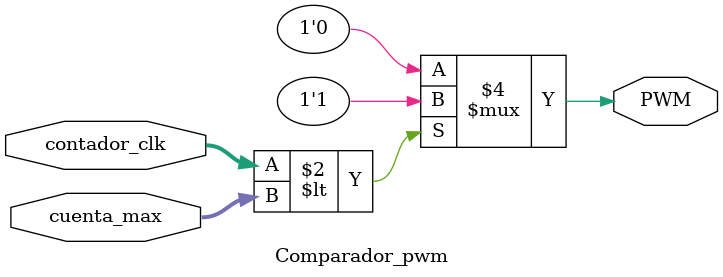
<source format=v>
`timescale 1ns / 1ps

module Comparador_pwm(       //En este bloque se realiza la modulacion del ancho de pulso ya que se mantentra la salida en alto mientras no se pase el valor de cuenta maxima
input wire [9:0] contador_clk,//entrada de la frecuencia definida por el contador del pwm
input wire [9:0] cuenta_max,//entrada de cuenta maxima proveniente del decodificador de corriente
output reg PWM //salida PWM
    );

always @*
		begin
		if(contador_clk<cuenta_max)begin // mientras que el contador del pwm sea menor que la cuenta maxima mantiene la salida en alto
		PWM=1;
		end else begin
		PWM=0;//una vez pasada cuenta max se pone la salida en bajo
		end

end
endmodule
 

</source>
